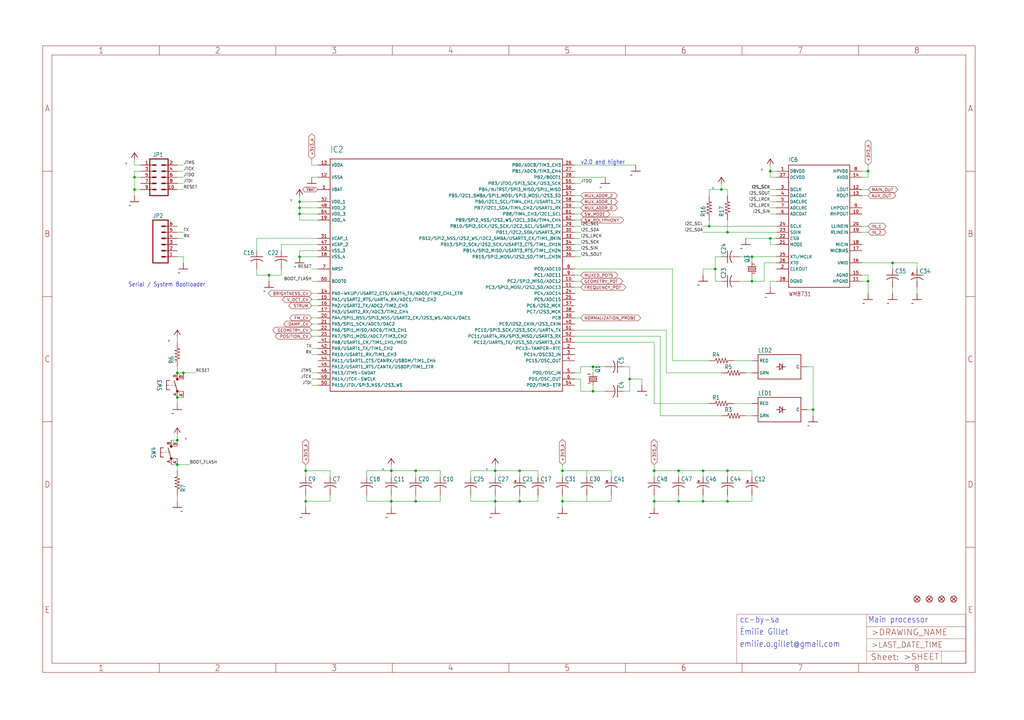
<source format=kicad_sch>
(kicad_sch (version 20211123) (generator eeschema)
  (paper "User" 425.45 299.161)
  (lib_symbols
    (symbol "rings_v30-eagle-import:+3V3" (power)
      (property "Value" "+3V3" (at -2.54 -5.08 90))
      (symbol "+3V3_1_0"
        (pin power_in line (at 0 -2.54 90) (length 2.54) (name "+3V3") (number "1"))
      )
    )
    (symbol "rings_v30-eagle-import:A3L-LOC"
      (symbol "A3L-LOC_0_0"
        (text "1" (at 24.2094 1.905 0) (effects (font (size 2.54 2.286))))
        (text "1" (at 24.2094 258.445 0) (effects (font (size 2.54 2.286))))
        (text "2" (at 72.6281 1.905 0) (effects (font (size 2.54 2.286))))
        (text "2" (at 72.6281 258.445 0) (effects (font (size 2.54 2.286))))
        (text "3" (at 121.0469 1.905 0) (effects (font (size 2.54 2.286))))
        (text "3" (at 121.0469 258.445 0) (effects (font (size 2.54 2.286))))
        (text "4" (at 169.4656 1.905 0) (effects (font (size 2.54 2.286))))
        (text "4" (at 169.4656 258.445 0) (effects (font (size 2.54 2.286))))
        (text "5" (at 217.8844 1.905 0) (effects (font (size 2.54 2.286))))
        (text "5" (at 217.8844 258.445 0) (effects (font (size 2.54 2.286))))
        (text "6" (at 266.3031 1.905 0) (effects (font (size 2.54 2.286))))
        (text "6" (at 266.3031 258.445 0) (effects (font (size 2.54 2.286))))
        (text "7" (at 314.7219 1.905 0) (effects (font (size 2.54 2.286))))
        (text "7" (at 314.7219 258.445 0) (effects (font (size 2.54 2.286))))
        (text "8" (at 363.1406 1.905 0) (effects (font (size 2.54 2.286))))
        (text "8" (at 363.1406 258.445 0) (effects (font (size 2.54 2.286))))
        (text "A" (at 1.905 234.315 0) (effects (font (size 2.54 2.286))))
        (text "A" (at 385.445 234.315 0) (effects (font (size 2.54 2.286))))
        (text "B" (at 1.905 182.245 0) (effects (font (size 2.54 2.286))))
        (text "B" (at 385.445 182.245 0) (effects (font (size 2.54 2.286))))
        (text "C" (at 1.905 130.175 0) (effects (font (size 2.54 2.286))))
        (text "C" (at 385.445 130.175 0) (effects (font (size 2.54 2.286))))
        (text "D" (at 1.905 78.105 0) (effects (font (size 2.54 2.286))))
        (text "D" (at 385.445 78.105 0) (effects (font (size 2.54 2.286))))
        (text "E" (at 1.905 26.035 0) (effects (font (size 2.54 2.286))))
        (text "E" (at 385.445 26.035 0) (effects (font (size 2.54 2.286))))
      )
      (symbol "A3L-LOC_1_0"
        (text ">DRAWING_NAME" (at 344.17 15.24 0) (effects (font (size 2.54 2.54)) (justify left bottom)))
        (text ">LAST_DATE_TIME" (at 344.17 10.16 0) (effects (font (size 2.286 2.286)) (justify left bottom)))
        (text ">SHEET" (at 357.505 5.08 0) (effects (font (size 2.54 2.54)) (justify left bottom)))
        (text "Sheet:" (at 343.916 4.953 0) (effects (font (size 2.54 2.54)) (justify left bottom)))
      )
    )
    (symbol "rings_v30-eagle-import:C-USC0603"
      (property "Reference" "C" (at 1.016 0.635 0))
      (property "Value" "C-USC0603" (at 1.016 -4.191 0))
      (symbol "C-USC0603_1_0"
        (pin passive line (at 0 2.54 270) (length 2.54) (name "1") (number "1"))
        (pin passive line (at 0 -5.08 90) (length 2.54) (name "2") (number "2"))
      )
    )
    (symbol "rings_v30-eagle-import:C-USC0805"
      (property "Reference" "C" (at 1.016 0.635 0))
      (property "Value" "C-USC0805" (at 1.016 -4.191 0))
      (symbol "C-USC0805_1_0"
        (pin passive line (at 0 2.54 270) (length 2.54) (name "1") (number "1"))
        (pin passive line (at 0 -5.08 90) (length 2.54) (name "2") (number "2"))
      )
    )
    (symbol "rings_v30-eagle-import:CPOL-USA"
      (property "Reference" "C" (at 1.016 0.635 0))
      (property "Value" "CPOL-USA" (at 1.016 -4.191 0))
      (symbol "CPOL-USA_1_0"
        (pin passive line (at 0 2.54 270) (length 2.54) (name "+") (number "+"))
        (pin passive line (at 0 -5.08 90) (length 2.54) (name "-") (number "-"))
      )
    )
    (symbol "rings_v30-eagle-import:CRYSTALHC49UP"
      (property "Reference" "Q" (at 2.54 1.016 0))
      (property "Value" "CRYSTALHC49UP" (at 2.54 -2.54 0))
      (symbol "CRYSTALHC49UP_1_0"
        (text "1" (at -2.159 -1.143 0) (effects (font (size 0.8636 0.734)) (justify left bottom)))
        (text "2" (at 1.524 -1.143 0) (effects (font (size 0.8636 0.734)) (justify left bottom)))
        (pin passive line (at -2.54 0 0) (length 0) (name "1") (number "1"))
        (pin passive line (at 2.54 0 180) (length 0) (name "2") (number "2"))
      )
    )
    (symbol "rings_v30-eagle-import:EVQQ2"
      (property "Value" "EVQQ2" (at -3.81 3.175 90))
      (symbol "EVQQ2_1_0"
        (pin passive line (at 0 -5.08 90) (length 2.54) (name "P") (number "A"))
        (pin passive line (at 2.54 -5.08 90) (length 2.54) (name "P1") (number "A'"))
        (pin passive line (at 0 5.08 270) (length 2.54) (name "S") (number "B"))
        (pin passive line (at 2.54 5.08 270) (length 2.54) (name "S1") (number "B'"))
      )
    )
    (symbol "rings_v30-eagle-import:FIDUCIAL1X2")
    (symbol "rings_v30-eagle-import:GND" (power)
      (property "Value" "GND" (at -2.54 -2.54 0))
      (symbol "GND_1_0"
        (pin power_in line (at 0 2.54 270) (length 2.54) (name "GND") (number "1"))
      )
    )
    (symbol "rings_v30-eagle-import:LED-BICOLOR-THROUGHHOLE"
      (property "Reference" "LED" (at -7.62 5.842 0))
      (property "Value" "LED-BICOLOR-THROUGHHOLE" (at -7.62 -7.62 0))
      (symbol "LED-BICOLOR-THROUGHHOLE_1_0"
        (pin bidirectional line (at -10.16 -2.54 0) (length 2.54) (name "GRN") (number "1"))
        (pin bidirectional line (at 12.7 0 180) (length 2.54) (name "C") (number "2"))
        (pin bidirectional line (at -10.16 2.54 0) (length 2.54) (name "RED") (number "3"))
      )
    )
    (symbol "rings_v30-eagle-import:M05X2MINIJTAG"
      (property "Reference" "JP" (at -2.54 8.382 0))
      (property "Value" "M05X2MINIJTAG" (at -2.54 -10.16 0))
      (symbol "M05X2MINIJTAG_1_0"
        (pin passive line (at -7.62 5.08 0) (length 5.08) (name "1") (number "1"))
        (pin passive line (at 7.62 -5.08 180) (length 5.08) (name "10") (number "10"))
        (pin passive line (at 7.62 5.08 180) (length 5.08) (name "2") (number "2"))
        (pin passive line (at -7.62 2.54 0) (length 5.08) (name "3") (number "3"))
        (pin passive line (at 7.62 2.54 180) (length 5.08) (name "4") (number "4"))
        (pin passive line (at -7.62 0 0) (length 5.08) (name "5") (number "5"))
        (pin passive line (at 7.62 0 180) (length 5.08) (name "6") (number "6"))
        (pin passive line (at -7.62 -2.54 0) (length 5.08) (name "7") (number "7"))
        (pin passive line (at 7.62 -2.54 180) (length 5.08) (name "8") (number "8"))
        (pin passive line (at -7.62 -5.08 0) (length 5.08) (name "9") (number "9"))
      )
    )
    (symbol "rings_v30-eagle-import:M06SIP"
      (property "Reference" "JP" (at -5.08 10.922 0))
      (property "Value" "M06SIP" (at -5.08 -10.16 0))
      (symbol "M06SIP_1_0"
        (pin passive line (at 5.08 -5.08 180) (length 5.08) (name "1") (number "1"))
        (pin passive line (at 5.08 -2.54 180) (length 5.08) (name "2") (number "2"))
        (pin passive line (at 5.08 0 180) (length 5.08) (name "3") (number "3"))
        (pin passive line (at 5.08 2.54 180) (length 5.08) (name "4") (number "4"))
        (pin passive line (at 5.08 5.08 180) (length 5.08) (name "5") (number "5"))
        (pin passive line (at 5.08 7.62 180) (length 5.08) (name "6") (number "6"))
      )
    )
    (symbol "rings_v30-eagle-import:R-US_R0603"
      (property "Reference" "R" (at -3.81 1.4986 0))
      (property "Value" "R-US_R0603" (at -3.81 -3.302 0))
      (symbol "R-US_R0603_1_0"
        (pin passive line (at -5.08 0 0) (length 2.54) (name "1") (number "1"))
        (pin passive line (at 5.08 0 180) (length 2.54) (name "2") (number "2"))
      )
    )
    (symbol "rings_v30-eagle-import:STM32F20X"
      (property "Reference" "UC" (at -48.26 50.8 0))
      (property "Value" "STM32F20X" (at -48.26 -53.34 0))
      (symbol "STM32F20X_1_0"
        (pin power_in line (at -53.34 35.56 0) (length 5.08) (name "VBAT") (number "1"))
        (pin bidirectional line (at 53.34 -2.54 180) (length 5.08) (name "PC2/SPI2_MISO/ADC12") (number "10"))
        (pin bidirectional line (at 53.34 -5.08 180) (length 5.08) (name "PC3/SPI2_MOSI/I2S2_SD/ADC13") (number "11"))
        (pin power_in line (at -53.34 40.64 0) (length 5.08) (name "VSSA") (number "12"))
        (pin power_in line (at -53.34 45.72 0) (length 5.08) (name "VDDA") (number "13"))
        (pin bidirectional line (at -53.34 -7.62 0) (length 5.08) (name "PA0-WKUP/USART2_CTS/UART4_TX/ADC0/TIM2_CH1_ETR") (number "14"))
        (pin bidirectional line (at -53.34 -10.16 0) (length 5.08) (name "PA1/USART2_RTS/UART4_RX/ADC1/TIM2_CH2") (number "15"))
        (pin bidirectional line (at -53.34 -12.7 0) (length 5.08) (name "PA2/USART2_TX/ADC2/TIM2_CH3") (number "16"))
        (pin bidirectional line (at -53.34 -15.24 0) (length 5.08) (name "PA3/USART2_RX/ADC3/TIM2_CH4") (number "17"))
        (pin power_in line (at -53.34 7.62 0) (length 5.08) (name "VSS_4") (number "18"))
        (pin power_in line (at -53.34 22.86 0) (length 5.08) (name "VDD_4") (number "19"))
        (pin bidirectional line (at 53.34 -30.48 180) (length 5.08) (name "PC13-TAMPER-RTC") (number "2"))
        (pin bidirectional line (at -53.34 -17.78 0) (length 5.08) (name "PA4/SPI1_NSS/SPI3_NSS/USART2_CK/I2S3_WS/ADC4/DAC1") (number "20"))
        (pin bidirectional line (at -53.34 -20.32 0) (length 5.08) (name "PA5/SPI1_SCK/ADC5/DAC2") (number "21"))
        (pin bidirectional line (at -53.34 -22.86 0) (length 5.08) (name "PA6/SPI1_MISO/ADC6/TIM3_CH1") (number "22"))
        (pin bidirectional line (at -53.34 -25.4 0) (length 5.08) (name "PA7/SPI1_MOSI/ADC7/TIM3_CH2") (number "23"))
        (pin bidirectional line (at 53.34 -7.62 180) (length 5.08) (name "PC4/ADC14") (number "24"))
        (pin bidirectional line (at 53.34 -10.16 180) (length 5.08) (name "PC5/ADC15") (number "25"))
        (pin bidirectional line (at 53.34 45.72 180) (length 5.08) (name "PB0/ADC8/TIM3_CH3") (number "26"))
        (pin bidirectional line (at 53.34 43.18 180) (length 5.08) (name "PB1/ADC9/TIM3_CH4") (number "27"))
        (pin bidirectional line (at 53.34 40.64 180) (length 5.08) (name "PB2/BOOT1") (number "28"))
        (pin bidirectional line (at 53.34 20.32 180) (length 5.08) (name "PB10/SPI2_SCK/I2S_SCK/I2C2_SCL/USART3_TX") (number "29"))
        (pin bidirectional line (at 53.34 -33.02 180) (length 5.08) (name "PC14/OSC32_IN") (number "3"))
        (pin bidirectional line (at 53.34 17.78 180) (length 5.08) (name "PB11/I2C2_SDA/USART3_RX") (number "30"))
        (pin power_in line (at -53.34 15.24 0) (length 5.08) (name "VCAP_1") (number "31"))
        (pin power_in line (at -53.34 30.48 0) (length 5.08) (name "VDD_1") (number "32"))
        (pin bidirectional line (at 53.34 15.24 180) (length 5.08) (name "PB12/SPI2_NSS/I2S2_WS/I2C2_SMBA/USART3_CK/TIM1_BKIN") (number "33"))
        (pin bidirectional line (at 53.34 12.7 180) (length 5.08) (name "PB13/SPI2_SCK/I2S2_SCK/USART3_CTS/TIM1_CH1N") (number "34"))
        (pin bidirectional line (at 53.34 10.16 180) (length 5.08) (name "PB14/SPI2_MISO/USART3_RTS/TIM1_CH2N") (number "35"))
        (pin bidirectional line (at 53.34 7.62 180) (length 5.08) (name "PB15/SPI2_MOSI/I2S2_SD/TIM1_CH3N") (number "36"))
        (pin bidirectional line (at 53.34 -12.7 180) (length 5.08) (name "PC6/I2S2_MCK") (number "37"))
        (pin bidirectional line (at 53.34 -15.24 180) (length 5.08) (name "PC7/I2S3_MCK") (number "38"))
        (pin bidirectional line (at 53.34 -17.78 180) (length 5.08) (name "PC8") (number "39"))
        (pin bidirectional line (at 53.34 -35.56 180) (length 5.08) (name "PC15/OSC_OUT") (number "4"))
        (pin bidirectional line (at 53.34 -20.32 180) (length 5.08) (name "PC9/I2S2_CKIN/I2S3_CKIN") (number "40"))
        (pin bidirectional line (at -53.34 -27.94 0) (length 5.08) (name "PA8/USART1_CK/TIM1_CH1/MCO") (number "41"))
        (pin bidirectional line (at -53.34 -30.48 0) (length 5.08) (name "PA9/USART1_TX/TIM1_CH2") (number "42"))
        (pin bidirectional line (at -53.34 -33.02 0) (length 5.08) (name "PA10/USART1_RX/TIM1_CH3") (number "43"))
        (pin bidirectional line (at -53.34 -35.56 0) (length 5.08) (name "PA11/USART1_CTS/CANRX/USBDM/TIM1_CH4") (number "44"))
        (pin bidirectional line (at -53.34 -38.1 0) (length 5.08) (name "PA12/USART1_RTS/CANTX/USBDP/TIM1_ETR") (number "45"))
        (pin bidirectional line (at -53.34 -40.64 0) (length 5.08) (name "PA13/JTMS-SWDAT") (number "46"))
        (pin power_in line (at -53.34 12.7 0) (length 5.08) (name "VCAP_2") (number "47"))
        (pin power_in line (at -53.34 27.94 0) (length 5.08) (name "VDD_2") (number "48"))
        (pin bidirectional line (at -53.34 -43.18 0) (length 5.08) (name "PA14/JTCK-SWCLK") (number "49"))
        (pin bidirectional line (at 53.34 -40.64 180) (length 5.08) (name "PD0/OSC_IN") (number "5"))
        (pin bidirectional line (at -53.34 -45.72 0) (length 5.08) (name "PA15/JTDI/SPI3_NSS/I2S3_WS") (number "50"))
        (pin bidirectional line (at 53.34 -22.86 180) (length 5.08) (name "PC10/SPI3_SCK/I2S3_SCK/UART4_TX") (number "51"))
        (pin bidirectional line (at 53.34 -25.4 180) (length 5.08) (name "PC11/UART4_RX/SPI3_MISO/USART3_RX") (number "52"))
        (pin bidirectional line (at 53.34 -27.94 180) (length 5.08) (name "PC12/UART5_TX/I2S3_SD/USART3_CK") (number "53"))
        (pin bidirectional line (at 53.34 -45.72 180) (length 5.08) (name "PD2/TIM3-ETR") (number "54"))
        (pin bidirectional line (at 53.34 38.1 180) (length 5.08) (name "PB3/JTDO/SPI3_SCK/I2S3_SCK") (number "55"))
        (pin bidirectional line (at 53.34 35.56 180) (length 5.08) (name "PB4/NJTRST/SPI3_MISO/SPI1_MISO") (number "56"))
        (pin bidirectional line (at 53.34 33.02 180) (length 5.08) (name "PB5/I2C1_SMBA/SPI1_MOSI/SPI3_MOSI/I2S3_SD") (number "57"))
        (pin bidirectional line (at 53.34 30.48 180) (length 5.08) (name "PB6/I2C1_SCL/TIM4_CH1/USART1_TX") (number "58"))
        (pin bidirectional line (at 53.34 27.94 180) (length 5.08) (name "PB7/I2C1_SDA/TIM4_CH2/USART1_RX") (number "59"))
        (pin bidirectional line (at 53.34 -43.18 180) (length 5.08) (name "PD1/OSC_OUT") (number "6"))
        (pin bidirectional line (at -53.34 -2.54 0) (length 5.08) (name "BOOT0") (number "60"))
        (pin bidirectional line (at 53.34 25.4 180) (length 5.08) (name "PB8/TIM4_CH3/I2C1_SCL") (number "61"))
        (pin bidirectional line (at 53.34 22.86 180) (length 5.08) (name "PB9/SPI2_NSS/I2S2_WS/I2C1_SDA/TIM4_CH4") (number "62"))
        (pin power_in line (at -53.34 10.16 0) (length 5.08) (name "VSS_3") (number "63"))
        (pin power_in line (at -53.34 25.4 0) (length 5.08) (name "VDD_3") (number "64"))
        (pin bidirectional line (at -53.34 2.54 0) (length 5.08) (name "NRST") (number "7"))
        (pin bidirectional line (at 53.34 2.54 180) (length 5.08) (name "PC0/ADC10") (number "8"))
        (pin bidirectional line (at 53.34 0 180) (length 5.08) (name "PC1/ADC11") (number "9"))
      )
    )
    (symbol "rings_v30-eagle-import:WM8731"
      (property "Reference" "U" (at -12.7 26.67 0))
      (symbol "WM8731_1_0"
        (text "WM8731" (at -12.7 -29.21 0) (effects (font (size 1.778 1.5113)) (justify left bottom)))
        (pin bidirectional line (at -17.78 22.86 0) (length 5.08) (name "DBVDD") (number "1"))
        (pin bidirectional line (at 17.78 5.08 180) (length 5.08) (name "RHPOUT") (number "10"))
        (pin bidirectional line (at 17.78 -22.86 180) (length 5.08) (name "HPGND") (number "11"))
        (pin bidirectional line (at 17.78 15.24 180) (length 5.08) (name "LOUT") (number "12"))
        (pin bidirectional line (at 17.78 12.7 180) (length 5.08) (name "ROUT") (number "13"))
        (pin bidirectional line (at 17.78 20.32 180) (length 5.08) (name "AVDD") (number "14"))
        (pin bidirectional line (at 17.78 -20.32 180) (length 5.08) (name "AGND") (number "15"))
        (pin bidirectional line (at 17.78 -15.24 180) (length 5.08) (name "VMID") (number "16"))
        (pin bidirectional line (at 17.78 -10.16 180) (length 5.08) (name "MICBIAS") (number "17"))
        (pin bidirectional line (at 17.78 -7.62 180) (length 5.08) (name "MICIN") (number "18"))
        (pin bidirectional line (at 17.78 -2.54 180) (length 5.08) (name "RLINEIN") (number "19"))
        (pin bidirectional line (at -17.78 -17.78 0) (length 5.08) (name "CLKOUT") (number "2"))
        (pin bidirectional line (at 17.78 0 180) (length 5.08) (name "LLINEIN") (number "20"))
        (pin bidirectional line (at -17.78 -7.62 0) (length 5.08) (name "MODE") (number "21"))
        (pin bidirectional line (at -17.78 -5.08 0) (length 5.08) (name "CSB") (number "22"))
        (pin bidirectional line (at -17.78 -2.54 0) (length 5.08) (name "SDIN") (number "23"))
        (pin bidirectional line (at -17.78 0 0) (length 5.08) (name "SCLK") (number "24"))
        (pin bidirectional line (at -17.78 -12.7 0) (length 5.08) (name "XTI/MCLK") (number "25"))
        (pin bidirectional line (at -17.78 -15.24 0) (length 5.08) (name "XTO") (number "26"))
        (pin bidirectional line (at -17.78 20.32 0) (length 5.08) (name "DCVDD") (number "27"))
        (pin bidirectional line (at -17.78 -22.86 0) (length 5.08) (name "DGND") (number "28"))
        (pin bidirectional line (at -17.78 15.24 0) (length 5.08) (name "BCLK") (number "3"))
        (pin bidirectional line (at -17.78 12.7 0) (length 5.08) (name "DACDAT") (number "4"))
        (pin bidirectional line (at -17.78 10.16 0) (length 5.08) (name "DACLRC") (number "5"))
        (pin bidirectional line (at -17.78 5.08 0) (length 5.08) (name "ADCDAT") (number "6"))
        (pin bidirectional line (at -17.78 7.62 0) (length 5.08) (name "ADCLRC") (number "7"))
        (pin bidirectional line (at 17.78 22.86 180) (length 5.08) (name "HPVDD") (number "8"))
        (pin bidirectional line (at 17.78 7.62 180) (length 5.08) (name "LHPOUT") (number "9"))
      )
    )
  )
  (junction (at 124.46 83.82))
  (junction (at 55.88 78.74))
  (junction (at 205.74 195.58))
  (junction (at 281.94 195.58))
  (junction (at 76.2 154.94))
  (junction (at 73.66 182.88))
  (junction (at 292.1 195.58))
  (junction (at 292.1 208.28))
  (junction (at 360.68 116.84))
  (junction (at 162.56 195.58))
  (junction (at 127 195.58))
  (junction (at 127 208.28))
  (junction (at 320.04 99.06))
  (junction (at 302.26 208.28))
  (junction (at 73.66 154.94))
  (junction (at 302.26 96.52))
  (junction (at 271.78 195.58))
  (junction (at 294.64 93.98))
  (junction (at 233.68 208.28))
  (junction (at 302.26 195.58))
  (junction (at 124.46 86.36))
  (junction (at 205.74 208.28))
  (junction (at 360.68 71.12))
  (junction (at 215.9 208.28))
  (junction (at 271.78 208.28))
  (junction (at 312.42 106.68))
  (junction (at 297.18 111.76))
  (junction (at 312.42 116.84))
  (junction (at 111.76 114.3))
  (junction (at 281.94 208.28))
  (junction (at 246.38 152.4))
  (junction (at 299.72 78.74))
  (junction (at 124.46 88.9))
  (junction (at 73.66 165.1))
  (junction (at 55.88 73.66))
  (junction (at 73.66 193.04))
  (junction (at 172.72 195.58))
  (junction (at 215.9 195.58))
  (junction (at 172.72 208.28))
  (junction (at 337.82 170.18))
  (junction (at 124.46 106.68))
  (junction (at 261.62 157.48))
  (junction (at 233.68 195.58))
  (junction (at 370.84 109.22))
  (junction (at 162.56 208.28))
  (junction (at 320.04 71.12))
  (junction (at 246.38 162.56))
  (wire (pts (xy 312.42 195.58) (xy 312.42 198.12)))
  (wire (pts (xy 261.62 157.48) (xy 266.7 157.48)))
  (wire (pts (xy 322.58 71.12) (xy 320.04 71.12)))
  (wire (pts (xy 358.14 81.28) (xy 360.68 81.28)))
  (wire (pts (xy 320.04 73.66) (xy 320.04 71.12)))
  (wire (pts (xy 360.68 71.12) (xy 360.68 68.58)))
  (wire (pts (xy 259.08 152.4) (xy 261.62 152.4)))
  (wire (pts (xy 320.04 71.12) (xy 320.04 68.58)))
  (wire (pts (xy 172.72 208.28) (xy 182.88 208.28)))
  (wire (pts (xy 73.66 96.52) (xy 76.2 96.52)))
  (wire (pts (xy 132.08 127) (xy 129.54 127)))
  (wire (pts (xy 238.76 76.2) (xy 241.3 76.2)))
  (wire (pts (xy 73.66 68.58) (xy 76.2 68.58)))
  (wire (pts (xy 322.58 73.66) (xy 320.04 73.66)))
  (wire (pts (xy 124.46 83.82) (xy 124.46 81.28)))
  (wire (pts (xy 292.1 208.28) (xy 292.1 205.74)))
  (wire (pts (xy 223.52 208.28) (xy 223.52 205.74)))
  (wire (pts (xy 162.56 195.58) (xy 162.56 193.04)))
  (wire (pts (xy 358.14 93.98) (xy 360.68 93.98)))
  (wire (pts (xy 111.76 116.84) (xy 111.76 114.3)))
  (wire (pts (xy 76.2 154.94) (xy 81.28 154.94)))
  (wire (pts (xy 129.54 68.58) (xy 129.54 66.04)))
  (wire (pts (xy 124.46 88.9) (xy 132.08 88.9)))
  (wire (pts (xy 124.46 88.9) (xy 124.46 91.44)))
  (wire (pts (xy 233.68 195.58) (xy 243.84 195.58)))
  (wire (pts (xy 261.62 162.56) (xy 259.08 162.56)))
  (wire (pts (xy 243.84 195.58) (xy 243.84 198.12)))
  (wire (pts (xy 261.62 152.4) (xy 261.62 157.48)))
  (wire (pts (xy 124.46 104.14) (xy 124.46 106.68)))
  (wire (pts (xy 238.76 114.3) (xy 241.3 114.3)))
  (wire (pts (xy 127 208.28) (xy 127 210.82)))
  (wire (pts (xy 71.12 182.88) (xy 73.66 182.88)))
  (wire (pts (xy 246.38 162.56) (xy 241.3 162.56)))
  (wire (pts (xy 238.76 83.82) (xy 241.3 83.82)))
  (wire (pts (xy 127 195.58) (xy 127 198.12)))
  (wire (pts (xy 132.08 144.78) (xy 129.54 144.78)))
  (wire (pts (xy 233.68 195.58) (xy 233.68 193.04)))
  (wire (pts (xy 312.42 106.68) (xy 312.42 109.22)))
  (wire (pts (xy 73.66 71.12) (xy 76.2 71.12)))
  (wire (pts (xy 302.26 91.44) (xy 302.26 96.52)))
  (wire (pts (xy 132.08 147.32) (xy 129.54 147.32)))
  (wire (pts (xy 152.4 208.28) (xy 162.56 208.28)))
  (wire (pts (xy 132.08 73.66) (xy 129.54 73.66)))
  (wire (pts (xy 360.68 116.84) (xy 360.68 121.92)))
  (wire (pts (xy 116.84 104.14) (xy 116.84 101.6)))
  (wire (pts (xy 132.08 106.68) (xy 124.46 106.68)))
  (wire (pts (xy 162.56 210.82) (xy 162.56 208.28)))
  (wire (pts (xy 294.64 91.44) (xy 294.64 93.98)))
  (wire (pts (xy 271.78 195.58) (xy 281.94 195.58)))
  (wire (pts (xy 317.5 109.22) (xy 322.58 109.22)))
  (wire (pts (xy 238.76 81.28) (xy 241.3 81.28)))
  (wire (pts (xy 73.66 152.4) (xy 73.66 154.94)))
  (wire (pts (xy 238.76 93.98) (xy 241.3 93.98)))
  (wire (pts (xy 137.16 208.28) (xy 137.16 205.74)))
  (wire (pts (xy 76.2 106.68) (xy 76.2 109.22)))
  (wire (pts (xy 266.7 157.48) (xy 266.7 160.02)))
  (wire (pts (xy 172.72 208.28) (xy 172.72 205.74)))
  (wire (pts (xy 127 195.58) (xy 137.16 195.58)))
  (wire (pts (xy 162.56 208.28) (xy 172.72 208.28)))
  (wire (pts (xy 241.3 152.4) (xy 246.38 152.4)))
  (wire (pts (xy 73.66 165.1) (xy 76.2 165.1)))
  (wire (pts (xy 162.56 198.12) (xy 162.56 195.58)))
  (wire (pts (xy 73.66 139.7) (xy 73.66 142.24)))
  (wire (pts (xy 243.84 208.28) (xy 243.84 205.74)))
  (wire (pts (xy 132.08 154.94) (xy 129.54 154.94)))
  (wire (pts (xy 246.38 162.56) (xy 246.38 160.02)))
  (wire (pts (xy 223.52 195.58) (xy 223.52 198.12)))
  (wire (pts (xy 276.86 137.16) (xy 276.86 154.94)))
  (wire (pts (xy 116.84 111.76) (xy 116.84 114.3)))
  (wire (pts (xy 132.08 160.02) (xy 129.54 160.02)))
  (wire (pts (xy 132.08 124.46) (xy 129.54 124.46)))
  (wire (pts (xy 274.32 139.7) (xy 238.76 139.7)))
  (wire (pts (xy 132.08 116.84) (xy 129.54 116.84)))
  (wire (pts (xy 238.76 101.6) (xy 241.3 101.6)))
  (wire (pts (xy 251.46 152.4) (xy 246.38 152.4)))
  (wire (pts (xy 132.08 134.62) (xy 129.54 134.62)))
  (wire (pts (xy 238.76 73.66) (xy 251.46 73.66)))
  (wire (pts (xy 127 205.74) (xy 127 208.28)))
  (wire (pts (xy 58.42 78.74) (xy 55.88 78.74)))
  (wire (pts (xy 238.76 116.84) (xy 241.3 116.84)))
  (wire (pts (xy 132.08 104.14) (xy 124.46 104.14)))
  (wire (pts (xy 162.56 205.74) (xy 162.56 208.28)))
  (wire (pts (xy 127 193.04) (xy 127 195.58)))
  (wire (pts (xy 320.04 83.82) (xy 322.58 83.82)))
  (wire (pts (xy 127 208.28) (xy 137.16 208.28)))
  (wire (pts (xy 292.1 195.58) (xy 302.26 195.58)))
  (wire (pts (xy 73.66 73.66) (xy 76.2 73.66)))
  (wire (pts (xy 271.78 208.28) (xy 281.94 208.28)))
  (wire (pts (xy 370.84 109.22) (xy 381 109.22)))
  (wire (pts (xy 360.68 73.66) (xy 360.68 71.12)))
  (wire (pts (xy 132.08 111.76) (xy 129.54 111.76)))
  (wire (pts (xy 292.1 111.76) (xy 292.1 114.3)))
  (wire (pts (xy 233.68 198.12) (xy 233.68 195.58)))
  (wire (pts (xy 297.18 116.84) (xy 299.72 116.84)))
  (wire (pts (xy 246.38 152.4) (xy 246.38 154.94)))
  (wire (pts (xy 271.78 195.58) (xy 271.78 193.04)))
  (wire (pts (xy 320.04 99.06) (xy 309.88 99.06)))
  (wire (pts (xy 358.14 71.12) (xy 360.68 71.12)))
  (wire (pts (xy 106.68 114.3) (xy 111.76 114.3)))
  (wire (pts (xy 297.18 111.76) (xy 297.18 116.84)))
  (wire (pts (xy 205.74 205.74) (xy 205.74 208.28)))
  (wire (pts (xy 271.78 167.64) (xy 271.78 142.24)))
  (wire (pts (xy 276.86 137.16) (xy 238.76 137.16)))
  (wire (pts (xy 55.88 68.58) (xy 55.88 66.04)))
  (wire (pts (xy 312.42 116.84) (xy 317.5 116.84)))
  (wire (pts (xy 73.66 99.06) (xy 76.2 99.06)))
  (wire (pts (xy 241.3 154.94) (xy 241.3 152.4)))
  (wire (pts (xy 233.68 208.28) (xy 243.84 208.28)))
  (wire (pts (xy 254 195.58) (xy 254 198.12)))
  (wire (pts (xy 299.72 78.74) (xy 294.64 78.74)))
  (wire (pts (xy 241.3 157.48) (xy 238.76 157.48)))
  (wire (pts (xy 238.76 119.38) (xy 241.3 119.38)))
  (wire (pts (xy 271.78 167.64) (xy 294.64 167.64)))
  (wire (pts (xy 302.26 195.58) (xy 312.42 195.58)))
  (wire (pts (xy 294.64 81.28) (xy 294.64 78.74)))
  (wire (pts (xy 320.04 86.36) (xy 322.58 86.36)))
  (wire (pts (xy 238.76 99.06) (xy 241.3 99.06)))
  (wire (pts (xy 58.42 73.66) (xy 55.88 73.66)))
  (wire (pts (xy 307.34 106.68) (xy 312.42 106.68)))
  (wire (pts (xy 172.72 195.58) (xy 182.88 195.58)))
  (wire (pts (xy 132.08 137.16) (xy 129.54 137.16)))
  (wire (pts (xy 73.66 165.1) (xy 73.66 167.64)))
  (wire (pts (xy 238.76 88.9) (xy 241.3 88.9)))
  (wire (pts (xy 111.76 114.3) (xy 116.84 114.3)))
  (wire (pts (xy 302.26 81.28) (xy 302.26 78.74)))
  (wire (pts (xy 205.74 195.58) (xy 205.74 198.12)))
  (wire (pts (xy 322.58 96.52) (xy 302.26 96.52)))
  (wire (pts (xy 320.04 116.84) (xy 320.04 119.38)))
  (wire (pts (xy 238.76 96.52) (xy 241.3 96.52)))
  (wire (pts (xy 274.32 172.72) (xy 299.72 172.72)))
  (wire (pts (xy 124.46 83.82) (xy 124.46 86.36)))
  (wire (pts (xy 132.08 68.58) (xy 129.54 68.58)))
  (wire (pts (xy 370.84 109.22) (xy 370.84 111.76)))
  (wire (pts (xy 358.14 73.66) (xy 360.68 73.66)))
  (wire (pts (xy 302.26 195.58) (xy 302.26 198.12)))
  (wire (pts (xy 238.76 86.36) (xy 241.3 86.36)))
  (wire (pts (xy 299.72 78.74) (xy 299.72 76.2)))
  (wire (pts (xy 322.58 106.68) (xy 312.42 106.68)))
  (wire (pts (xy 195.58 198.12) (xy 195.58 195.58)))
  (wire (pts (xy 297.18 106.68) (xy 297.18 111.76)))
  (wire (pts (xy 381 119.38) (xy 381 121.92)))
  (wire (pts (xy 271.78 208.28) (xy 271.78 210.82)))
  (wire (pts (xy 320.04 88.9) (xy 322.58 88.9)))
  (wire (pts (xy 243.84 208.28) (xy 254 208.28)))
  (wire (pts (xy 124.46 86.36) (xy 124.46 88.9)))
  (wire (pts (xy 292.1 93.98) (xy 294.64 93.98)))
  (wire (pts (xy 152.4 195.58) (xy 162.56 195.58)))
  (wire (pts (xy 297.18 111.76) (xy 292.1 111.76)))
  (wire (pts (xy 58.42 71.12) (xy 55.88 71.12)))
  (wire (pts (xy 132.08 139.7) (xy 129.54 139.7)))
  (wire (pts (xy 73.66 154.94) (xy 76.2 154.94)))
  (wire (pts (xy 274.32 172.72) (xy 274.32 139.7)))
  (wire (pts (xy 132.08 132.08) (xy 129.54 132.08)))
  (wire (pts (xy 309.88 154.94) (xy 312.42 154.94)))
  (wire (pts (xy 205.74 193.04) (xy 205.74 195.58)))
  (wire (pts (xy 358.14 114.3) (xy 360.68 114.3)))
  (wire (pts (xy 322.58 116.84) (xy 320.04 116.84)))
  (wire (pts (xy 299.72 106.68) (xy 297.18 106.68)))
  (wire (pts (xy 73.66 205.74) (xy 73.66 208.28)))
  (wire (pts (xy 238.76 106.68) (xy 241.3 106.68)))
  (wire (pts (xy 271.78 205.74) (xy 271.78 208.28)))
  (wire (pts (xy 106.68 99.06) (xy 132.08 99.06)))
  (wire (pts (xy 182.88 195.58) (xy 182.88 198.12)))
  (wire (pts (xy 116.84 101.6) (xy 132.08 101.6)))
  (wire (pts (xy 281.94 208.28) (xy 292.1 208.28)))
  (wire (pts (xy 205.74 208.28) (xy 215.9 208.28)))
  (wire (pts (xy 238.76 91.44) (xy 241.3 91.44)))
  (wire (pts (xy 302.26 78.74) (xy 299.72 78.74)))
  (wire (pts (xy 312.42 208.28) (xy 312.42 205.74)))
  (wire (pts (xy 195.58 205.74) (xy 195.58 208.28)))
  (wire (pts (xy 271.78 198.12) (xy 271.78 195.58)))
  (wire (pts (xy 281.94 195.58) (xy 292.1 195.58)))
  (wire (pts (xy 281.94 198.12) (xy 281.94 195.58)))
  (wire (pts (xy 73.66 106.68) (xy 76.2 106.68)))
  (wire (pts (xy 137.16 195.58) (xy 137.16 198.12)))
  (wire (pts (xy 294.64 93.98) (xy 322.58 93.98)))
  (wire (pts (xy 215.9 198.12) (xy 215.9 195.58)))
  (wire (pts (xy 302.26 96.52) (xy 292.1 96.52)))
  (wire (pts (xy 281.94 205.74) (xy 281.94 208.28)))
  (wire (pts (xy 238.76 132.08) (xy 241.3 132.08)))
  (wire (pts (xy 358.14 116.84) (xy 360.68 116.84)))
  (wire (pts (xy 358.14 96.52) (xy 360.68 96.52)))
  (wire (pts (xy 195.58 195.58) (xy 205.74 195.58)))
  (wire (pts (xy 335.28 152.4) (xy 337.82 152.4)))
  (wire (pts (xy 73.66 195.58) (xy 73.66 193.04)))
  (wire (pts (xy 215.9 208.28) (xy 223.52 208.28)))
  (wire (pts (xy 317.5 116.84) (xy 317.5 109.22)))
  (wire (pts (xy 238.76 154.94) (xy 241.3 154.94)))
  (wire (pts (xy 73.66 193.04) (xy 78.74 193.04)))
  (wire (pts (xy 302.26 208.28) (xy 302.26 205.74)))
  (wire (pts (xy 172.72 195.58) (xy 172.72 198.12)))
  (wire (pts (xy 106.68 104.14) (xy 106.68 99.06)))
  (wire (pts (xy 215.9 195.58) (xy 223.52 195.58)))
  (wire (pts (xy 358.14 109.22) (xy 370.84 109.22)))
  (wire (pts (xy 233.68 208.28) (xy 233.68 210.82)))
  (wire (pts (xy 73.66 78.74) (xy 76.2 78.74)))
  (wire (pts (xy 279.4 149.86) (xy 294.64 149.86)))
  (wire (pts (xy 233.68 205.74) (xy 233.68 208.28)))
  (wire (pts (xy 302.26 208.28) (xy 312.42 208.28)))
  (wire (pts (xy 292.1 195.58) (xy 292.1 198.12)))
  (wire (pts (xy 241.3 162.56) (xy 241.3 157.48)))
  (wire (pts (xy 73.66 76.2) (xy 76.2 76.2)))
  (wire (pts (xy 251.46 162.56) (xy 246.38 162.56)))
  (wire (pts (xy 304.8 149.86) (xy 312.42 149.86)))
  (wire (pts (xy 322.58 99.06) (xy 320.04 99.06)))
  (wire (pts (xy 132.08 157.48) (xy 129.54 157.48)))
  (wire (pts (xy 358.14 78.74) (xy 360.68 78.74)))
  (wire (pts (xy 381 109.22) (xy 381 111.76)))
  (wire (pts (xy 205.74 208.28) (xy 205.74 210.82)))
  (wire (pts (xy 55.88 73.66) (xy 55.88 78.74)))
  (wire (pts (xy 152.4 198.12) (xy 152.4 195.58)))
  (wire (pts (xy 238.76 111.76) (xy 279.4 111.76)))
  (wire (pts (xy 271.78 142.24) (xy 238.76 142.24)))
  (wire (pts (xy 307.34 116.84) (xy 312.42 116.84)))
  (wire (pts (xy 337.82 152.4) (xy 337.82 170.18)))
  (wire (pts (xy 320.04 101.6) (xy 322.58 101.6)))
  (wire (pts (xy 106.68 111.76) (xy 106.68 114.3)))
  (wire (pts (xy 261.62 157.48) (xy 261.62 162.56)))
  (wire (pts (xy 195.58 208.28) (xy 205.74 208.28)))
  (wire (pts (xy 360.68 114.3) (xy 360.68 116.84)))
  (wire (pts (xy 320.04 81.28) (xy 322.58 81.28)))
  (wire (pts (xy 238.76 104.14) (xy 241.3 104.14)))
  (wire (pts (xy 254 208.28) (xy 254 205.74)))
  (wire (pts (xy 182.88 208.28) (xy 182.88 205.74)))
  (wire (pts (xy 322.58 78.74) (xy 320.04 78.74)))
  (wire (pts (xy 335.28 170.18) (xy 337.82 170.18)))
  (wire (pts (xy 279.4 111.76) (xy 279.4 149.86)))
  (wire (pts (xy 309.88 172.72) (xy 312.42 172.72)))
  (wire (pts (xy 132.08 83.82) (xy 124.46 83.82)))
  (wire (pts (xy 71.12 193.04) (xy 73.66 193.04)))
  (wire (pts (xy 73.66 180.34) (xy 73.66 182.88)))
  (wire (pts (xy 320.04 99.06) (xy 320.04 101.6)))
  (wire (pts (xy 58.42 68.58) (xy 55.88 68.58)))
  (wire (pts (xy 55.88 78.74) (xy 55.88 81.28)))
  (wire (pts (xy 337.82 172.72) (xy 337.82 170.18)))
  (wire (pts (xy 124.46 86.36) (xy 132.08 86.36)))
  (wire (pts (xy 132.08 121.92) (xy 129.54 121.92)))
  (wire (pts (xy 55.88 71.12) (xy 55.88 73.66)))
  (wire (pts (xy 243.84 195.58) (xy 254 195.58)))
  (wire (pts (xy 312.42 116.84) (xy 312.42 114.3)))
  (wire (pts (xy 238.76 68.58) (xy 264.16 68.58)))
  (wire (pts (xy 205.74 195.58) (xy 215.9 195.58)))
  (wire (pts (xy 304.8 167.64) (xy 312.42 167.64)))
  (wire (pts (xy 215.9 208.28) (xy 215.9 205.74)))
  (wire (pts (xy 292.1 208.28) (xy 302.26 208.28)))
  (wire (pts (xy 162.56 195.58) (xy 172.72 195.58)))
  (wire (pts (xy 370.84 119.38) (xy 370.84 121.92)))
  (wire (pts (xy 124.46 91.44) (xy 132.08 91.44)))
  (wire (pts (xy 152.4 205.74) (xy 152.4 208.28)))
  (wire (pts (xy 276.86 154.94) (xy 299.72 154.94)))
  (text "Serial / System Bootloader" (at 53.34 119.38 180) (effects (font (size 1.778 1.5113)) (justify left bottom)))
  (text "emilie.o.gillet@gmail.com" (at 307.34 269.24 180) (effects (font (size 2.54 2.159)) (justify left bottom)))
  (text "cc-by-sa" (at 307.34 259.08 180) (effects (font (size 2.54 2.159)) (justify left bottom)))
  (text "v2.0 and higher" (at 241.3 68.58 180) (effects (font (size 1.778 1.5113)) (justify left bottom)))
  (text "Émilie Gillet" (at 307.34 264.16 180) (effects (font (size 2.54 2.159)) (justify left bottom)))
  (text "Main processor" (at 360.68 259.08 180) (effects (font (size 2.54 2.159)) (justify left bottom)))
  (label "JTDO" (at 241.3 76.2 0) (effects (font (size 1.2446 1.2446))))
  (label "BOOT_FLASH" (at 129.54 116.84 180) (effects (font (size 1.2446 1.2446))))
  (label "I2C_SCL" (at 241.3 93.98 0) (effects (font (size 1.2446 1.2446))))
  (label "RESET" (at 81.28 154.94 0) (effects (font (size 1.2446 1.2446))))
  (label "TX" (at 129.54 144.78 180) (effects (font (size 1.2446 1.2446))))
  (label "JTMS" (at 129.54 154.94 180) (effects (font (size 1.2446 1.2446))))
  (label "JTMS" (at 76.2 68.58 0) (effects (font (size 1.2446 1.2446))))
  (label "I2S_SIN" (at 320.04 88.9 180) (effects (font (size 1.2446 1.2446))))
  (label "RX" (at 129.54 147.32 180) (effects (font (size 1.2446 1.2446))))
  (label "JTCK" (at 129.54 157.48 180) (effects (font (size 1.2446 1.2446))))
  (label "TX" (at 76.2 96.52 0) (effects (font (size 1.2446 1.2446))))
  (label "RX" (at 76.2 99.06 0) (effects (font (size 1.2446 1.2446))))
  (label "I2S_SOUT" (at 320.04 81.28 180) (effects (font (size 1.2446 1.2446))))
  (label "JTDI" (at 129.54 160.02 180) (effects (font (size 1.2446 1.2446))))
  (label "JTDO" (at 76.2 73.66 0) (effects (font (size 1.2446 1.2446))))
  (label "I2S_LRCK" (at 241.3 99.06 0) (effects (font (size 1.2446 1.2446))))
  (label "RESET" (at 76.2 78.74 0) (effects (font (size 1.2446 1.2446))))
  (label "I2C_SDA" (at 241.3 96.52 0) (effects (font (size 1.2446 1.2446))))
  (label "I2S_SIN" (at 241.3 104.14 0) (effects (font (size 1.2446 1.2446))))
  (label "I2C_SDA" (at 292.1 96.52 180) (effects (font (size 1.2446 1.2446))))
  (label "I2S_SCK" (at 320.04 78.74 180) (effects (font (size 1.2446 1.2446))))
  (label "I2S_LRCK" (at 320.04 83.82 180) (effects (font (size 1.2446 1.2446))))
  (label "I2S_LRCK" (at 320.04 86.36 180) (effects (font (size 1.2446 1.2446))))
  (label "I2S_SCK" (at 320.04 78.74 180) (effects (font (size 1.2446 1.2446))))
  (label "JTCK" (at 76.2 71.12 0) (effects (font (size 1.2446 1.2446))))
  (label "I2S_SOUT" (at 241.3 106.68 0) (effects (font (size 1.2446 1.2446))))
  (label "RESET" (at 129.54 111.76 180) (effects (font (size 1.2446 1.2446))))
  (label "BOOT_FLASH" (at 78.74 193.04 0) (effects (font (size 1.2446 1.2446))))
  (label "I2S_SCK" (at 241.3 101.6 0) (effects (font (size 1.2446 1.2446))))
  (label "JTDI" (at 76.2 76.2 0) (effects (font (size 1.2446 1.2446))))
  (label "I2C_SCL" (at 292.1 93.98 180) (effects (font (size 1.2446 1.2446))))
  (global_label "GEOMETRY_CV" (shape bidirectional) (at 129.54 137.16 180) (effects (font (size 1.2446 1.2446))) (property "Intersheet References" "${INTERSHEET_REFS}" (effects hide)))
  (global_label "SW_POLYPHONY" (shape bidirectional) (at 241.3 91.44 0) (effects (font (size 1.2446 1.2446))) (property "Intersheet References" "${INTERSHEET_REFS}" (effects hide)))
  (global_label "+3V3_A" (shape bidirectional) (at 271.78 193.04 90) (effects (font (size 1.2446 1.2446))) (property "Intersheet References" "${INTERSHEET_REFS}" (effects hide)))
  (global_label "MUX_ADDR_1" (shape bidirectional) (at 241.3 83.82 0) (effects (font (size 1.2446 1.2446))) (property "Intersheet References" "${INTERSHEET_REFS}" (effects hide)))
  (global_label "NORMALIZATION_PROBE" (shape bidirectional) (at 241.3 132.08 0) (effects (font (size 1.2446 1.2446))) (property "Intersheet References" "${INTERSHEET_REFS}" (effects hide)))
  (global_label "V_OCT_CV" (shape bidirectional) (at 129.54 124.46 180) (effects (font (size 1.2446 1.2446))) (property "Intersheet References" "${INTERSHEET_REFS}" (effects hide)))
  (global_label "MUX_ADDR_0" (shape bidirectional) (at 241.3 86.36 0) (effects (font (size 1.2446 1.2446))) (property "Intersheet References" "${INTERSHEET_REFS}" (effects hide)))
  (global_label "STRUM" (shape bidirectional) (at 129.54 127 180) (effects (font (size 1.2446 1.2446))) (property "Intersheet References" "${INTERSHEET_REFS}" (effects hide)))
  (global_label "+3V3_A" (shape bidirectional) (at 360.68 68.58 90) (effects (font (size 1.2446 1.2446))) (property "Intersheet References" "${INTERSHEET_REFS}" (effects hide)))
  (global_label "IN_2" (shape bidirectional) (at 360.68 96.52 0) (effects (font (size 1.2446 1.2446))) (property "Intersheet References" "${INTERSHEET_REFS}" (effects hide)))
  (global_label "POSITION_CV" (shape bidirectional) (at 129.54 139.7 180) (effects (font (size 1.2446 1.2446))) (property "Intersheet References" "${INTERSHEET_REFS}" (effects hide)))
  (global_label "MAIN_OUT" (shape bidirectional) (at 360.68 78.74 0) (effects (font (size 1.2446 1.2446))) (property "Intersheet References" "${INTERSHEET_REFS}" (effects hide)))
  (global_label "AUX_OUT" (shape bidirectional) (at 360.68 81.28 0) (effects (font (size 1.2446 1.2446))) (property "Intersheet References" "${INTERSHEET_REFS}" (effects hide)))
  (global_label "+3V3_A" (shape bidirectional) (at 127 193.04 90) (effects (font (size 1.2446 1.2446))) (property "Intersheet References" "${INTERSHEET_REFS}" (effects hide)))
  (global_label "GEOMETRY_POT" (shape bidirectional) (at 241.3 116.84 0) (effects (font (size 1.2446 1.2446))) (property "Intersheet References" "${INTERSHEET_REFS}" (effects hide)))
  (global_label "+3V3_A" (shape bidirectional) (at 129.54 66.04 90) (effects (font (size 1.2446 1.2446))) (property "Intersheet References" "${INTERSHEET_REFS}" (effects hide)))
  (global_label "FM_CV" (shape bidirectional) (at 129.54 132.08 180) (effects (font (size 1.2446 1.2446))) (property "Intersheet References" "${INTERSHEET_REFS}" (effects hide)))
  (global_label "VBAT" (shape bidirectional) (at 132.08 78.74 180) (effects (font (size 1.016 1.016))) (property "Intersheet References" "${INTERSHEET_REFS}" (effects hide)))
  (global_label "SW_MODE" (shape bidirectional) (at 241.3 88.9 0) (effects (font (size 1.2446 1.2446))) (property "Intersheet References" "${INTERSHEET_REFS}" (effects hide)))
  (global_label "BRIGHTNESS_CV" (shape bidirectional) (at 129.54 121.92 180) (effects (font (size 1.2446 1.2446))) (property "Intersheet References" "${INTERSHEET_REFS}" (effects hide)))
  (global_label "MUX_ADDR_2" (shape bidirectional) (at 241.3 81.28 0) (effects (font (size 1.2446 1.2446))) (property "Intersheet References" "${INTERSHEET_REFS}" (effects hide)))
  (global_label "FREQUENCY_POT" (shape bidirectional) (at 241.3 119.38 0) (effects (font (size 1.2446 1.2446))) (property "Intersheet References" "${INTERSHEET_REFS}" (effects hide)))
  (global_label "IN_1" (shape bidirectional) (at 360.68 93.98 0) (effects (font (size 1.2446 1.2446))) (property "Intersheet References" "${INTERSHEET_REFS}" (effects hide)))
  (global_label "MUXED_POTS" (shape bidirectional) (at 241.3 114.3 0) (effects (font (size 1.2446 1.2446))) (property "Intersheet References" "${INTERSHEET_REFS}" (effects hide)))
  (global_label "+3V3_A" (shape bidirectional) (at 233.68 193.04 90) (effects (font (size 1.2446 1.2446))) (property "Intersheet References" "${INTERSHEET_REFS}" (effects hide)))
  (global_label "DAMP_CV" (shape bidirectional) (at 129.54 134.62 180) (effects (font (size 1.2446 1.2446))) (property "Intersheet References" "${INTERSHEET_REFS}" (effects hide)))
  (symbol (lib_id "rings_v30-eagle-import:GND") (at 73.66 170.18 0) (unit 1)
    (property "Reference" "#GND59" (effects hide))
  )
  (symbol (lib_id "rings_v30-eagle-import:R-US_R0603") (at 304.8 172.72 0) (unit 1)
    (property "Reference" "R3" (at 300.99 171.2214 0) (effects (font (size 1.778 1.5113)) (justify left bottom)))
  )
  (symbol (lib_id "rings_v30-eagle-import:C-USC0603") (at 205.74 200.66 0) (unit 1)
    (property "Reference" "C27" (at 206.756 200.025 0) (effects (font (size 1.778 1.5113)) (justify left bottom)))
  )
  (symbol (lib_id "rings_v30-eagle-import:GND") (at 360.68 124.46 0) (unit 1)
    (property "Reference" "#GND16" (effects hide))
  )
  (symbol (lib_id "rings_v30-eagle-import:+3V3") (at 73.66 177.8 0) (mirror y) (unit 1)
    (property "Reference" "#+3V3" (effects hide))
  )
  (symbol (lib_id "rings_v30-eagle-import:CPOL-USA") (at 292.1 200.66 0) (unit 1)
    (property "Reference" "C46" (at 293.116 200.025 0) (effects (font (size 1.778 1.5113)) (justify left bottom)))
  )
  (symbol (lib_id "rings_v30-eagle-import:C-USC0603") (at 223.52 200.66 0) (unit 1)
    (property "Reference" "C17" (at 224.536 200.025 0) (effects (font (size 1.778 1.5113)) (justify left bottom)))
  )
  (symbol (lib_id "rings_v30-eagle-import:C-USC0603") (at 302.26 116.84 90) (unit 1)
    (property "Reference" "C23" (at 301.625 115.824 0) (effects (font (size 1.778 1.5113)) (justify left bottom)))
  )
  (symbol (lib_id "rings_v30-eagle-import:C-USC0603") (at 162.56 200.66 0) (unit 1)
    (property "Reference" "C11" (at 163.576 200.025 0) (effects (font (size 1.778 1.5113)) (justify left bottom)))
  )
  (symbol (lib_id "rings_v30-eagle-import:WM8731") (at 340.36 93.98 0) (unit 1)
    (property "Reference" "IC6" (at 327.66 67.31 0) (effects (font (size 1.778 1.5113)) (justify left bottom)))
  )
  (symbol (lib_id "rings_v30-eagle-import:CRYSTALHC49UP") (at 246.38 157.48 270) (mirror x) (unit 1)
    (property "Reference" "Q1" (at 247.396 154.94 0) (effects (font (size 1.778 1.5113)) (justify left bottom)))
  )
  (symbol (lib_id "rings_v30-eagle-import:GND") (at 76.2 111.76 0) (unit 1)
    (property "Reference" "#GND61" (effects hide))
  )
  (symbol (lib_id "rings_v30-eagle-import:C-USC0603") (at 152.4 200.66 0) (unit 1)
    (property "Reference" "C18" (at 153.416 200.025 0) (effects (font (size 1.778 1.5113)) (justify left bottom)))
  )
  (symbol (lib_id "rings_v30-eagle-import:C-USC0603") (at 233.68 200.66 0) (unit 1)
    (property "Reference" "C31" (at 234.696 200.025 0) (effects (font (size 1.778 1.5113)) (justify left bottom)))
  )
  (symbol (lib_id "rings_v30-eagle-import:R-US_R0603") (at 294.64 86.36 90) (unit 1)
    (property "Reference" "R16" (at 293.1414 90.17 0) (effects (font (size 1.778 1.5113)) (justify left bottom)))
  )
  (symbol (lib_id "rings_v30-eagle-import:GND") (at 251.46 76.2 0) (unit 1)
    (property "Reference" "#GND57" (effects hide))
  )
  (symbol (lib_id "rings_v30-eagle-import:GND") (at 127 213.36 0) (unit 1)
    (property "Reference" "#GND65" (effects hide))
  )
  (symbol (lib_id "rings_v30-eagle-import:GND") (at 264.16 71.12 0) (unit 1)
    (property "Reference" "#GND70" (effects hide))
  )
  (symbol (lib_id "rings_v30-eagle-import:GND") (at 233.68 213.36 0) (unit 1)
    (property "Reference" "#GND19" (effects hide))
  )
  (symbol (lib_id "rings_v30-eagle-import:GND") (at 73.66 210.82 0) (mirror y) (unit 1)
    (property "Reference" "#GND58" (effects hide))
  )
  (symbol (lib_id "rings_v30-eagle-import:C-USC0603") (at 370.84 114.3 0) (unit 1)
    (property "Reference" "C35" (at 371.856 113.665 0) (effects (font (size 1.778 1.5113)) (justify left bottom)))
  )
  (symbol (lib_id "rings_v30-eagle-import:C-USC0603") (at 137.16 200.66 0) (unit 1)
    (property "Reference" "C7" (at 138.176 200.025 0) (effects (font (size 1.778 1.5113)) (justify left bottom)))
  )
  (symbol (lib_id "rings_v30-eagle-import:C-USC0603") (at 302.26 106.68 90) (unit 1)
    (property "Reference" "C24" (at 301.625 105.664 0) (effects (font (size 1.778 1.5113)) (justify left bottom)))
  )
  (symbol (lib_id "rings_v30-eagle-import:EVQQ2") (at 71.12 187.96 0) (unit 1)
    (property "Reference" "SW4" (at 64.77 190.5 90) (effects (font (size 1.778 1.5113)) (justify left bottom)))
  )
  (symbol (lib_id "rings_v30-eagle-import:GND") (at 111.76 119.38 0) (unit 1)
    (property "Reference" "#GND55" (effects hide))
  )
  (symbol (lib_id "rings_v30-eagle-import:FIDUCIAL1X2") (at 391.16 248.92 0) (unit 1)
    (property "Reference" "F2" (effects hide))
  )
  (symbol (lib_id "rings_v30-eagle-import:+3V3") (at 320.04 66.04 0) (unit 1)
    (property "Reference" "#+3V2" (effects hide))
  )
  (symbol (lib_id "rings_v30-eagle-import:GND") (at 337.82 175.26 0) (unit 1)
    (property "Reference" "#GND64" (effects hide))
  )
  (symbol (lib_id "rings_v30-eagle-import:R-US_R0603") (at 299.72 167.64 0) (unit 1)
    (property "Reference" "R1" (at 295.91 166.1414 0) (effects (font (size 1.778 1.5113)) (justify left bottom)))
  )
  (symbol (lib_id "rings_v30-eagle-import:R-US_R0603") (at 73.66 147.32 90) (unit 1)
    (property "Reference" "R6" (at 72.1614 151.13 0) (effects (font (size 1.778 1.5113)) (justify left bottom)))
  )
  (symbol (lib_id "rings_v30-eagle-import:+3V3") (at 124.46 78.74 0) (unit 1)
    (property "Reference" "#+3V13" (effects hide))
  )
  (symbol (lib_id "rings_v30-eagle-import:R-US_R0603") (at 304.8 154.94 0) (unit 1)
    (property "Reference" "R5" (at 300.99 153.4414 0) (effects (font (size 1.778 1.5113)) (justify left bottom)))
  )
  (symbol (lib_id "rings_v30-eagle-import:C-USC0603") (at 302.26 200.66 0) (unit 1)
    (property "Reference" "C44" (at 303.276 200.025 0) (effects (font (size 1.778 1.5113)) (justify left bottom)))
  )
  (symbol (lib_id "rings_v30-eagle-import:C-USC0603") (at 256.54 162.56 270) (mirror x) (unit 1)
    (property "Reference" "C4" (at 257.175 161.544 0) (effects (font (size 1.778 1.5113)) (justify left bottom)))
  )
  (symbol (lib_id "rings_v30-eagle-import:GND") (at 55.88 83.82 0) (unit 1)
    (property "Reference" "#GND67" (effects hide))
  )
  (symbol (lib_id "rings_v30-eagle-import:C-USC0805") (at 106.68 106.68 0) (mirror y) (unit 1)
    (property "Reference" "C16" (at 105.664 106.045 0) (effects (font (size 1.778 1.5113)) (justify left bottom)))
  )
  (symbol (lib_id "rings_v30-eagle-import:FIDUCIAL1X2") (at 386.08 248.92 0) (unit 1)
    (property "Reference" "F4" (effects hide))
  )
  (symbol (lib_id "rings_v30-eagle-import:CRYSTALHC49UP") (at 312.42 111.76 90) (unit 1)
    (property "Reference" "Q3" (at 311.404 109.22 0) (effects (font (size 1.778 1.5113)) (justify left bottom)))
  )
  (symbol (lib_id "rings_v30-eagle-import:EVQQ2") (at 73.66 160.02 0) (unit 1)
    (property "Reference" "SW3" (at 67.31 162.56 90) (effects (font (size 1.778 1.5113)) (justify left bottom)))
  )
  (symbol (lib_id "rings_v30-eagle-import:GND") (at 292.1 116.84 0) (unit 1)
    (property "Reference" "#GND68" (effects hide))
  )
  (symbol (lib_id "rings_v30-eagle-import:+3V3") (at 299.72 73.66 0) (unit 1)
    (property "Reference" "#+3V6" (effects hide))
  )
  (symbol (lib_id "rings_v30-eagle-import:C-USC0603") (at 195.58 200.66 0) (unit 1)
    (property "Reference" "C25" (at 196.596 200.025 0) (effects (font (size 1.778 1.5113)) (justify left bottom)))
  )
  (symbol (lib_id "rings_v30-eagle-import:CPOL-USA") (at 215.9 200.66 0) (unit 1)
    (property "Reference" "C21" (at 216.916 200.025 0) (effects (font (size 1.778 1.5113)) (justify left bottom)))
  )
  (symbol (lib_id "rings_v30-eagle-import:GND") (at 320.04 121.92 0) (unit 1)
    (property "Reference" "#GND15" (effects hide))
  )
  (symbol (lib_id "rings_v30-eagle-import:+3V3") (at 205.74 190.5 0) (unit 1)
    (property "Reference" "#+3V5" (effects hide))
  )
  (symbol (lib_id "rings_v30-eagle-import:GND") (at 381 124.46 0) (unit 1)
    (property "Reference" "#GND21" (effects hide))
  )
  (symbol (lib_id "rings_v30-eagle-import:+3V3") (at 162.56 190.5 0) (unit 1)
    (property "Reference" "#+3V8" (effects hide))
  )
  (symbol (lib_id "rings_v30-eagle-import:C-USC0603") (at 243.84 200.66 0) (unit 1)
    (property "Reference" "C30" (at 244.856 200.025 0) (effects (font (size 1.778 1.5113)) (justify left bottom)))
  )
  (symbol (lib_id "rings_v30-eagle-import:FIDUCIAL1X2") (at 396.24 248.92 0) (unit 1)
    (property "Reference" "F3" (effects hide))
  )
  (symbol (lib_id "rings_v30-eagle-import:R-US_R0603") (at 299.72 149.86 0) (unit 1)
    (property "Reference" "R4" (at 295.91 148.3614 0) (effects (font (size 1.778 1.5113)) (justify left bottom)))
  )
  (symbol (lib_id "rings_v30-eagle-import:GND") (at 205.74 213.36 0) (unit 1)
    (property "Reference" "#GND18" (effects hide))
  )
  (symbol (lib_id "rings_v30-eagle-import:LED-BICOLOR-THROUGHHOLE") (at 322.58 170.18 0) (unit 1)
    (property "Reference" "LED1" (at 314.96 164.338 0) (effects (font (size 1.778 1.5113)) (justify left bottom)))
  )
  (symbol (lib_id "rings_v30-eagle-import:+3V3") (at 55.88 63.5 0) (unit 1)
    (property "Reference" "#+3V11" (effects hide))
  )
  (symbol (lib_id "rings_v30-eagle-import:LED-BICOLOR-THROUGHHOLE") (at 322.58 152.4 0) (unit 1)
    (property "Reference" "LED2" (at 314.96 146.558 0) (effects (font (size 1.778 1.5113)) (justify left bottom)))
  )
  (symbol (lib_id "rings_v30-eagle-import:CPOL-USA") (at 254 200.66 0) (unit 1)
    (property "Reference" "C41" (at 255.016 200.025 0) (effects (font (size 1.778 1.5113)) (justify left bottom)))
  )
  (symbol (lib_id "rings_v30-eagle-import:M06SIP") (at 68.58 101.6 0) (unit 1)
    (property "Reference" "JP2" (at 63.5 90.678 0) (effects (font (size 1.778 1.5113)) (justify left bottom)))
  )
  (symbol (lib_id "rings_v30-eagle-import:FIDUCIAL1X2") (at 381 248.92 0) (unit 1)
    (property "Reference" "F1" (effects hide))
  )
  (symbol (lib_id "rings_v30-eagle-import:GND") (at 129.54 76.2 0) (unit 1)
    (property "Reference" "#GND23" (effects hide))
  )
  (symbol (lib_id "rings_v30-eagle-import:GND") (at 271.78 213.36 0) (unit 1)
    (property "Reference" "#GND45" (effects hide))
  )
  (symbol (lib_id "rings_v30-eagle-import:C-USC0603") (at 127 200.66 0) (unit 1)
    (property "Reference" "C9" (at 128.016 200.025 0) (effects (font (size 1.778 1.5113)) (justify left bottom)))
  )
  (symbol (lib_id "rings_v30-eagle-import:GND") (at 266.7 162.56 0) (mirror y) (unit 1)
    (property "Reference" "#GND56" (effects hide))
  )
  (symbol (lib_id "rings_v30-eagle-import:GND") (at 370.84 124.46 0) (unit 1)
    (property "Reference" "#GND20" (effects hide))
  )
  (symbol (lib_id "rings_v30-eagle-import:C-USC0603") (at 256.54 152.4 270) (mirror x) (unit 1)
    (property "Reference" "C5" (at 257.175 151.384 0) (effects (font (size 1.778 1.5113)) (justify left bottom)))
  )
  (symbol (lib_id "rings_v30-eagle-import:+3V3") (at 73.66 137.16 0) (unit 1)
    (property "Reference" "#+3V4" (effects hide))
  )
  (symbol (lib_id "rings_v30-eagle-import:R-US_R0603") (at 302.26 86.36 90) (unit 1)
    (property "Reference" "R17" (at 300.7614 90.17 0) (effects (font (size 1.778 1.5113)) (justify left bottom)))
  )
  (symbol (lib_id "rings_v30-eagle-import:R-US_R0603") (at 73.66 200.66 270) (mirror x) (unit 1)
    (property "Reference" "R7" (at 75.1586 204.47 0) (effects (font (size 1.778 1.5113)) (justify left bottom)))
  )
  (symbol (lib_id "rings_v30-eagle-import:GND") (at 309.88 101.6 0) (unit 1)
    (property "Reference" "#GND17" (effects hide))
  )
  (symbol (lib_id "rings_v30-eagle-import:GND") (at 162.56 213.36 0) (unit 1)
    (property "Reference" "#GND5" (effects hide))
  )
  (symbol (lib_id "rings_v30-eagle-import:C-USC0603") (at 271.78 200.66 0) (unit 1)
    (property "Reference" "C48" (at 272.796 200.025 0) (effects (font (size 1.778 1.5113)) (justify left bottom)))
  )
  (symbol (lib_id "rings_v30-eagle-import:CPOL-USA") (at 312.42 200.66 0) (unit 1)
    (property "Reference" "C12" (at 313.436 200.025 0) (effects (font (size 1.778 1.5113)) (justify left bottom)))
  )
  (symbol (lib_id "rings_v30-eagle-import:C-USC0603") (at 281.94 200.66 0) (unit 1)
    (property "Reference" "C47" (at 282.956 200.025 0) (effects (font (size 1.778 1.5113)) (justify left bottom)))
  )
  (symbol (lib_id "rings_v30-eagle-import:CPOL-USA") (at 381 114.3 0) (unit 1)
    (property "Reference" "C34" (at 382.016 113.665 0) (effects (font (size 1.778 1.5113)) (justify left bottom)))
  )
  (symbol (lib_id "rings_v30-eagle-import:C-USC0603") (at 182.88 200.66 0) (unit 1)
    (property "Reference" "C10" (at 183.896 200.025 0) (effects (font (size 1.778 1.5113)) (justify left bottom)))
  )
  (symbol (lib_id "rings_v30-eagle-import:STM32F20X") (at 185.42 114.3 0) (unit 1)
    (property "Reference" "IC2" (at 137.16 63.5 0) (effects (font (size 2.54 2.159)) (justify left bottom)))
  )
  (symbol (lib_id "rings_v30-eagle-import:M05X2MINIJTAG") (at 66.04 73.66 0) (unit 1)
    (property "Reference" "JP1" (at 63.5 65.278 0) (effects (font (size 1.778 1.5113)) (justify left bottom)))
  )
  (symbol (lib_id "rings_v30-eagle-import:C-USC0805") (at 116.84 106.68 0) (mirror y) (unit 1)
    (property "Reference" "C22" (at 115.824 106.045 0) (effects (font (size 1.778 1.5113)) (justify left bottom)))
  )
  (symbol (lib_id "rings_v30-eagle-import:GND") (at 124.46 109.22 0) (unit 1)
    (property "Reference" "#GND40" (effects hide))
  )
  (symbol (lib_id "rings_v30-eagle-import:C-USC0603") (at 172.72 200.66 0) (unit 1)
    (property "Reference" "C20" (at 173.736 200.025 0) (effects (font (size 1.778 1.5113)) (justify left bottom)))
  )
  (symbol (lib_id "rings_v30-eagle-import:A3L-LOC") (at 17.78 279.4 0) (unit 1)
    (property "Reference" "#FRAME3" (effects hide))
  )
)
</source>
